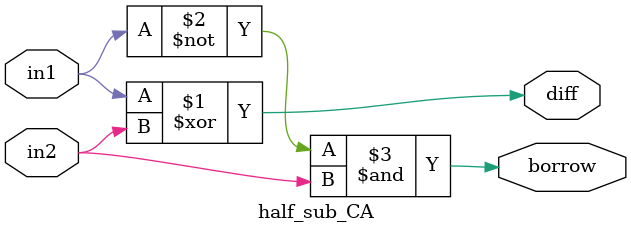
<source format=v>

module half_sub_CA(
    diff,borrow,in1,in2
);
input in1,in2;
output diff, borrow;

assign diff=in1^in2; //differnce of half subtractor is given by xor of both the inputs
assign borrow=(~in1 )& (in2); // borrow of the half sub is given by and of complement of input 1 and input 2
endmodule
</source>
